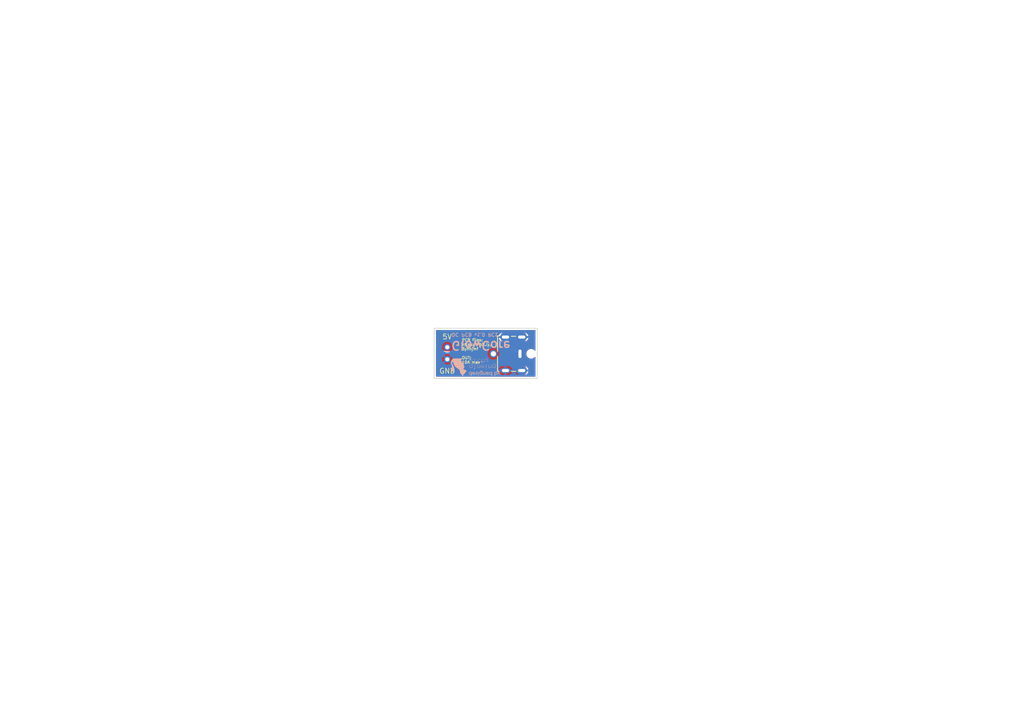
<source format=kicad_pcb>
(kicad_pcb (version 20211014) (generator pcbnew)
  (layers (0 "F.Cu" signal) (31 "B.Cu" signal) (34 "B.Paste" user) (35 "F.Paste" user) (36 "B.SilkS" user "B.Silkscreen") (37 "F.SilkS" user "F.Silkscreen") (38 "B.Mask" user) (39 "F.Mask" user) (44 "Edge.Cuts" user))
  (net 0 "")
  (net 1 "GND")
  (net 2 "+5V")
  (footprint "footprint:CONN-TH_P3.50_KF350-3.5-2P" (layer "F.Cu") (at 129.73 101.58 -90)
    (fp_text reference "U1" hide)
    (fp_text value "KF350-3_5-2P")
    (pad "1" thru_hole circle (at -1.749898 0.049987 270) (size 2 2) (drill 1.2) (layers *.Cu *.Mask) (net 2 "+5V"))
    (pad "2" thru_hole circle (at 1.749975 0.049987 270) (size 2 2) (drill 1.2) (layers *.Cu *.Mask) (net 1 "GND"))
  )
  (footprint "footprint:DC-IN-TH_DC-042C-Z-2.5-A" (layer "F.Cu") (at 149.75344 101.676754 180)
    (fp_text reference "PWR1" hide)
    (fp_text value "DC-042C-Z-2_5-A")
    (pad "" np_thru_hole circle (at -4.256668 -0.063373 180) (size 1.8 1.8) (drill 1.8) (layers *.Cu *.Mask))
    (pad "1" thru_hole oval (at -1.506604 4.786767 270) (size 1.6 3) (drill oval 0.900025 2.1) (layers *.Cu *.Mask) (net 1 "GND"))
    (pad "1" thru_hole oval (at 3.193421 4.786767 270) (size 1.6 3) (drill oval 0.900025 2.1) (layers *.Cu *.Mask) (net 1 "GND"))
    (pad "1" thru_hole oval (at 3.193421 -4.913259 270) (size 1.6 3) (drill oval 0.900025 2.1) (layers *.Cu *.Mask) (net 1 "GND"))
    (pad "1" thru_hole oval (at -1.506604 -4.913259 270) (size 1.6 3) (drill oval 0.900025 2.1) (layers *.Cu *.Mask) (net 1 "GND"))
    (pad "2" thru_hole oval (at -1.006477 -0.063373 270) (size 3.2 1.6) (drill oval 2.500025 0.900025) (layers *.Cu *.Mask) (net 1 "GND"))
    (pad "3" thru_hole circle (at 6.693548 -0.063373 180) (size 2.3 2.3) (drill 1.500025) (layers *.Cu *.Mask) (net 2 "+5V"))
  )
  (footprint "LOGO" (layer "B.Cu") (at 137.989663 105.606783)
    (fp_text reference "designedby" hide)
    (fp_text value "LOGO" hide)
  )
  (gr_rect (start 125.89 94.33) (end 155.77 108.87) (layer "Edge.Cuts") (width 0.2) (fill none))
  (gr_text "GlowCore" (at 130.62 99.31 180) (layer "B.SilkS") (effects (font (size 2.5 2.5) (thickness 0.4)) (justify left mirror)))
  (gr_text "DC PCB v1.0 RC1" (at 130.91 96.17 180) (layer "B.SilkS") (effects (font (size 1 1)) (justify left mirror)))
  (gr_text "GND" (at 129.67 106.71) (layer "F.SilkS") (effects (font (size 1.5 1.5) (thickness 0.2))))
  (gr_text "5V" (at 129.65 96.78) (layer "F.SilkS") (effects (font (size 1.5 1.5) (thickness 0.2))))
  (gr_text "PCB files:\nhttps://bit.ly/\n3yhhjmf\n\nOUT:\n10A max" (at 133.84 100.96) (layer "F.SilkS") (effects (font (size 0.8 0.8)) (justify left)))
  (segment (start 129.680013 103.329975) (end 129.680013 105.096187) (width 1) (layer "F.Cu") (net 1))
  (segment (start 146.320032 106.83) (end 138.71 106.83) (width 3) (layer "F.Cu") (net 1))
  (segment (start 151.260044 102.240254) (end 150.759917 101.740127) (width 2) (layer "F.Cu") (net 1))
  (segment (start 128.85 102.09) (end 130.44 102.09) (width 1) (layer "F.Cu") (net 1))
  (segment (start 138.470013 106.590013) (end 137.04 105.16) (width 2) (layer "F.Cu") (net 1))
  (segment (start 150.759917 101.740127) (end 150.759917 97.390114) (width 3) (layer "F.Cu") (net 1))
  (segment (start 128.76 102.18) (end 128.85 102.09) (width 1) (layer "F.Cu") (net 1))
  (segment (start 129.8562 105.1162) (end 129.82 105.08) (width 6) (layer "F.Cu") (net 1))
  (segment (start 150.78 106.109969) (end 150.78 101.76021) (width 3) (layer "F.Cu") (net 1))
  (segment (start 129.680013 103.329975) (end 129.680013 103.100013) (width 1) (layer "F.Cu") (net 1))
  (segment (start 150.759917 97.390114) (end 151.260044 96.889987) (width 2) (layer "F.Cu") (net 1))
  (segment (start 131.59 105.13) (end 137.01 105.13) (width 6) (layer "F.Cu") (net 1))
  (segment (start 129.7838 105.1162) (end 129.82 105.08) (width 6) (layer "F.Cu") (net 1))
  (segment (start 129.680013 105.096187) (end 129.66 105.1162) (width 1) (layer "F.Cu") (net 1))
  (segment (start 146.560019 96.889987) (end 150.25979 96.889987) (width 3) (layer "F.Cu") (net 1))
  (segment (start 146.560019 106.590013) (end 146.320032 106.83) (width 3) (layer "F.Cu") (net 1))
  (segment (start 129.680013 103.100013) (end 128.76 102.18) (width 1) (layer "F.Cu") (net 1))
  (segment (start 138.71 106.83) (end 138.470013 106.590013) (width 3) (layer "F.Cu") (net 1))
  (segment (start 146.560019 106.590013) (end 151.260044 106.590013) (width 3) (layer "F.Cu") (net 1))
  (segment (start 150.25979 96.889987) (end 150.759917 97.390114) (width 3) (layer "F.Cu") (net 1))
  (segment (start 151.260044 106.590013) (end 150.78 106.109969) (width 3) (layer "F.Cu") (net 1))
  (segment (start 137.01 105.13) (end 137.04 105.16) (width 6) (layer "F.Cu") (net 1))
  (segment (start 131.5762 105.1162) (end 129.8562 105.1162) (width 6) (layer "F.Cu") (net 1))
  (segment (start 129.66 105.1162) (end 129.7838 105.1162) (width 6) (layer "F.Cu") (net 1))
  (segment (start 131.59 105.13) (end 131.5762 105.1162) (width 6) (layer "F.Cu") (net 1))
  (segment (start 150.68 97.470031) (end 150.68 106.009969) (width 3) (layer "B.Cu") (net 1))
  (segment (start 151.260044 96.889987) (end 150.68 97.470031) (width 3) (layer "B.Cu") (net 1))
  (segment (start 150.68 106.009969) (end 151.260044 106.590013) (width 3) (layer "B.Cu") (net 1))
  (segment (start 146.560019 96.889987) (end 151.260044 96.889987) (width 3) (layer "B.Cu") (net 1))
  (segment (start 129.66 98.03) (end 139.349765 98.03) (width 6) (layer "F.Cu") (net 2))
  (segment (start 139.349765 98.03) (end 143.059892 101.740127) (width 6) (layer "F.Cu") (net 2))
  (zone (net 1) (net_name "GND") (layers F&B.Cu) (connect_pads (clearance 0.508)) (min_thickness 0.254) (fill yes (thermal_gap 0.508) (thermal_bridge_width 0.508) (island_removal_mode 1) (island_area_min 0))
    (polygon (pts (xy 296.96 209.66) (xy -0.05 209.66) (xy -0.05 -0.88) (xy 296.96 -0.88)))
  )
)
</source>
